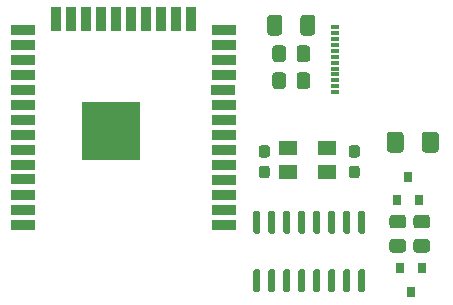
<source format=gbr>
%TF.GenerationSoftware,KiCad,Pcbnew,(5.1.6)-1*%
%TF.CreationDate,2020-08-27T20:14:33+02:00*%
%TF.ProjectId,ESP32_TFT_Board,45535033-325f-4544-9654-5f426f617264,rev?*%
%TF.SameCoordinates,Original*%
%TF.FileFunction,Paste,Bot*%
%TF.FilePolarity,Positive*%
%FSLAX46Y46*%
G04 Gerber Fmt 4.6, Leading zero omitted, Abs format (unit mm)*
G04 Created by KiCad (PCBNEW (5.1.6)-1) date 2020-08-27 20:14:33*
%MOMM*%
%LPD*%
G01*
G04 APERTURE LIST*
%ADD10R,1.600000X1.300000*%
%ADD11R,5.000000X5.000000*%
%ADD12R,2.000000X0.900000*%
%ADD13R,0.900000X2.000000*%
%ADD14R,0.800000X0.900000*%
%ADD15R,0.700000X0.300000*%
G04 APERTURE END LIST*
D10*
%TO.C,Y1*%
X121792000Y-75454000D03*
X118492000Y-75454000D03*
X118492000Y-77454000D03*
X121792000Y-77454000D03*
%TD*%
D11*
%TO.C,U3*%
X103514180Y-73969370D03*
D12*
X113010700Y-65403800D03*
X113011000Y-66676500D03*
X113013000Y-67944200D03*
X113011400Y-69213200D03*
X113009500Y-70482700D03*
X113011300Y-71753900D03*
X113013900Y-73023670D03*
X113012500Y-74292670D03*
X113012000Y-75565000D03*
X113012000Y-76835000D03*
X113012000Y-78105000D03*
X113012000Y-79375000D03*
X113012000Y-80645000D03*
X113012000Y-81915000D03*
D13*
X110227000Y-64505000D03*
X108957000Y-64505000D03*
X107687000Y-64505000D03*
X106417000Y-64505000D03*
X105147000Y-64505000D03*
X103877000Y-64505000D03*
X102607000Y-64505000D03*
X101337000Y-64505000D03*
X100067000Y-64505000D03*
X98797000Y-64505000D03*
D12*
X96012000Y-65405000D03*
X96012000Y-66675000D03*
X96012000Y-67945000D03*
X96012000Y-69215000D03*
X96012000Y-70485000D03*
X96012000Y-71755000D03*
X96012000Y-73025000D03*
X96012000Y-74295000D03*
X96012000Y-75565000D03*
X96012000Y-76835000D03*
X96012000Y-78075000D03*
X96002000Y-79375000D03*
X96012000Y-80645000D03*
X96012000Y-81915000D03*
%TD*%
%TO.C,U2*%
G36*
G01*
X115674000Y-85701000D02*
X115974000Y-85701000D01*
G75*
G02*
X116124000Y-85851000I0J-150000D01*
G01*
X116124000Y-87501000D01*
G75*
G02*
X115974000Y-87651000I-150000J0D01*
G01*
X115674000Y-87651000D01*
G75*
G02*
X115524000Y-87501000I0J150000D01*
G01*
X115524000Y-85851000D01*
G75*
G02*
X115674000Y-85701000I150000J0D01*
G01*
G37*
G36*
G01*
X116944000Y-85701000D02*
X117244000Y-85701000D01*
G75*
G02*
X117394000Y-85851000I0J-150000D01*
G01*
X117394000Y-87501000D01*
G75*
G02*
X117244000Y-87651000I-150000J0D01*
G01*
X116944000Y-87651000D01*
G75*
G02*
X116794000Y-87501000I0J150000D01*
G01*
X116794000Y-85851000D01*
G75*
G02*
X116944000Y-85701000I150000J0D01*
G01*
G37*
G36*
G01*
X118214000Y-85701000D02*
X118514000Y-85701000D01*
G75*
G02*
X118664000Y-85851000I0J-150000D01*
G01*
X118664000Y-87501000D01*
G75*
G02*
X118514000Y-87651000I-150000J0D01*
G01*
X118214000Y-87651000D01*
G75*
G02*
X118064000Y-87501000I0J150000D01*
G01*
X118064000Y-85851000D01*
G75*
G02*
X118214000Y-85701000I150000J0D01*
G01*
G37*
G36*
G01*
X119484000Y-85701000D02*
X119784000Y-85701000D01*
G75*
G02*
X119934000Y-85851000I0J-150000D01*
G01*
X119934000Y-87501000D01*
G75*
G02*
X119784000Y-87651000I-150000J0D01*
G01*
X119484000Y-87651000D01*
G75*
G02*
X119334000Y-87501000I0J150000D01*
G01*
X119334000Y-85851000D01*
G75*
G02*
X119484000Y-85701000I150000J0D01*
G01*
G37*
G36*
G01*
X120754000Y-85701000D02*
X121054000Y-85701000D01*
G75*
G02*
X121204000Y-85851000I0J-150000D01*
G01*
X121204000Y-87501000D01*
G75*
G02*
X121054000Y-87651000I-150000J0D01*
G01*
X120754000Y-87651000D01*
G75*
G02*
X120604000Y-87501000I0J150000D01*
G01*
X120604000Y-85851000D01*
G75*
G02*
X120754000Y-85701000I150000J0D01*
G01*
G37*
G36*
G01*
X122024000Y-85701000D02*
X122324000Y-85701000D01*
G75*
G02*
X122474000Y-85851000I0J-150000D01*
G01*
X122474000Y-87501000D01*
G75*
G02*
X122324000Y-87651000I-150000J0D01*
G01*
X122024000Y-87651000D01*
G75*
G02*
X121874000Y-87501000I0J150000D01*
G01*
X121874000Y-85851000D01*
G75*
G02*
X122024000Y-85701000I150000J0D01*
G01*
G37*
G36*
G01*
X123294000Y-85701000D02*
X123594000Y-85701000D01*
G75*
G02*
X123744000Y-85851000I0J-150000D01*
G01*
X123744000Y-87501000D01*
G75*
G02*
X123594000Y-87651000I-150000J0D01*
G01*
X123294000Y-87651000D01*
G75*
G02*
X123144000Y-87501000I0J150000D01*
G01*
X123144000Y-85851000D01*
G75*
G02*
X123294000Y-85701000I150000J0D01*
G01*
G37*
G36*
G01*
X124564000Y-85701000D02*
X124864000Y-85701000D01*
G75*
G02*
X125014000Y-85851000I0J-150000D01*
G01*
X125014000Y-87501000D01*
G75*
G02*
X124864000Y-87651000I-150000J0D01*
G01*
X124564000Y-87651000D01*
G75*
G02*
X124414000Y-87501000I0J150000D01*
G01*
X124414000Y-85851000D01*
G75*
G02*
X124564000Y-85701000I150000J0D01*
G01*
G37*
G36*
G01*
X124564000Y-80751000D02*
X124864000Y-80751000D01*
G75*
G02*
X125014000Y-80901000I0J-150000D01*
G01*
X125014000Y-82551000D01*
G75*
G02*
X124864000Y-82701000I-150000J0D01*
G01*
X124564000Y-82701000D01*
G75*
G02*
X124414000Y-82551000I0J150000D01*
G01*
X124414000Y-80901000D01*
G75*
G02*
X124564000Y-80751000I150000J0D01*
G01*
G37*
G36*
G01*
X123294000Y-80751000D02*
X123594000Y-80751000D01*
G75*
G02*
X123744000Y-80901000I0J-150000D01*
G01*
X123744000Y-82551000D01*
G75*
G02*
X123594000Y-82701000I-150000J0D01*
G01*
X123294000Y-82701000D01*
G75*
G02*
X123144000Y-82551000I0J150000D01*
G01*
X123144000Y-80901000D01*
G75*
G02*
X123294000Y-80751000I150000J0D01*
G01*
G37*
G36*
G01*
X122024000Y-80751000D02*
X122324000Y-80751000D01*
G75*
G02*
X122474000Y-80901000I0J-150000D01*
G01*
X122474000Y-82551000D01*
G75*
G02*
X122324000Y-82701000I-150000J0D01*
G01*
X122024000Y-82701000D01*
G75*
G02*
X121874000Y-82551000I0J150000D01*
G01*
X121874000Y-80901000D01*
G75*
G02*
X122024000Y-80751000I150000J0D01*
G01*
G37*
G36*
G01*
X120754000Y-80751000D02*
X121054000Y-80751000D01*
G75*
G02*
X121204000Y-80901000I0J-150000D01*
G01*
X121204000Y-82551000D01*
G75*
G02*
X121054000Y-82701000I-150000J0D01*
G01*
X120754000Y-82701000D01*
G75*
G02*
X120604000Y-82551000I0J150000D01*
G01*
X120604000Y-80901000D01*
G75*
G02*
X120754000Y-80751000I150000J0D01*
G01*
G37*
G36*
G01*
X119484000Y-80751000D02*
X119784000Y-80751000D01*
G75*
G02*
X119934000Y-80901000I0J-150000D01*
G01*
X119934000Y-82551000D01*
G75*
G02*
X119784000Y-82701000I-150000J0D01*
G01*
X119484000Y-82701000D01*
G75*
G02*
X119334000Y-82551000I0J150000D01*
G01*
X119334000Y-80901000D01*
G75*
G02*
X119484000Y-80751000I150000J0D01*
G01*
G37*
G36*
G01*
X118214000Y-80751000D02*
X118514000Y-80751000D01*
G75*
G02*
X118664000Y-80901000I0J-150000D01*
G01*
X118664000Y-82551000D01*
G75*
G02*
X118514000Y-82701000I-150000J0D01*
G01*
X118214000Y-82701000D01*
G75*
G02*
X118064000Y-82551000I0J150000D01*
G01*
X118064000Y-80901000D01*
G75*
G02*
X118214000Y-80751000I150000J0D01*
G01*
G37*
G36*
G01*
X116944000Y-80751000D02*
X117244000Y-80751000D01*
G75*
G02*
X117394000Y-80901000I0J-150000D01*
G01*
X117394000Y-82551000D01*
G75*
G02*
X117244000Y-82701000I-150000J0D01*
G01*
X116944000Y-82701000D01*
G75*
G02*
X116794000Y-82551000I0J150000D01*
G01*
X116794000Y-80901000D01*
G75*
G02*
X116944000Y-80751000I150000J0D01*
G01*
G37*
G36*
G01*
X115674000Y-80751000D02*
X115974000Y-80751000D01*
G75*
G02*
X116124000Y-80901000I0J-150000D01*
G01*
X116124000Y-82551000D01*
G75*
G02*
X115974000Y-82701000I-150000J0D01*
G01*
X115674000Y-82701000D01*
G75*
G02*
X115524000Y-82551000I0J150000D01*
G01*
X115524000Y-80901000D01*
G75*
G02*
X115674000Y-80751000I150000J0D01*
G01*
G37*
%TD*%
%TO.C,R4*%
G36*
G01*
X129343999Y-83127000D02*
X130244001Y-83127000D01*
G75*
G02*
X130494000Y-83376999I0J-249999D01*
G01*
X130494000Y-84027001D01*
G75*
G02*
X130244001Y-84277000I-249999J0D01*
G01*
X129343999Y-84277000D01*
G75*
G02*
X129094000Y-84027001I0J249999D01*
G01*
X129094000Y-83376999D01*
G75*
G02*
X129343999Y-83127000I249999J0D01*
G01*
G37*
G36*
G01*
X129343999Y-81077000D02*
X130244001Y-81077000D01*
G75*
G02*
X130494000Y-81326999I0J-249999D01*
G01*
X130494000Y-81977001D01*
G75*
G02*
X130244001Y-82227000I-249999J0D01*
G01*
X129343999Y-82227000D01*
G75*
G02*
X129094000Y-81977001I0J249999D01*
G01*
X129094000Y-81326999D01*
G75*
G02*
X129343999Y-81077000I249999J0D01*
G01*
G37*
%TD*%
%TO.C,R3*%
G36*
G01*
X128212001Y-82227000D02*
X127311999Y-82227000D01*
G75*
G02*
X127062000Y-81977001I0J249999D01*
G01*
X127062000Y-81326999D01*
G75*
G02*
X127311999Y-81077000I249999J0D01*
G01*
X128212001Y-81077000D01*
G75*
G02*
X128462000Y-81326999I0J-249999D01*
G01*
X128462000Y-81977001D01*
G75*
G02*
X128212001Y-82227000I-249999J0D01*
G01*
G37*
G36*
G01*
X128212001Y-84277000D02*
X127311999Y-84277000D01*
G75*
G02*
X127062000Y-84027001I0J249999D01*
G01*
X127062000Y-83376999D01*
G75*
G02*
X127311999Y-83127000I249999J0D01*
G01*
X128212001Y-83127000D01*
G75*
G02*
X128462000Y-83376999I0J-249999D01*
G01*
X128462000Y-84027001D01*
G75*
G02*
X128212001Y-84277000I-249999J0D01*
G01*
G37*
%TD*%
%TO.C,R2*%
G36*
G01*
X119195000Y-70173001D02*
X119195000Y-69272999D01*
G75*
G02*
X119444999Y-69023000I249999J0D01*
G01*
X120095001Y-69023000D01*
G75*
G02*
X120345000Y-69272999I0J-249999D01*
G01*
X120345000Y-70173001D01*
G75*
G02*
X120095001Y-70423000I-249999J0D01*
G01*
X119444999Y-70423000D01*
G75*
G02*
X119195000Y-70173001I0J249999D01*
G01*
G37*
G36*
G01*
X117145000Y-70173001D02*
X117145000Y-69272999D01*
G75*
G02*
X117394999Y-69023000I249999J0D01*
G01*
X118045001Y-69023000D01*
G75*
G02*
X118295000Y-69272999I0J-249999D01*
G01*
X118295000Y-70173001D01*
G75*
G02*
X118045001Y-70423000I-249999J0D01*
G01*
X117394999Y-70423000D01*
G75*
G02*
X117145000Y-70173001I0J249999D01*
G01*
G37*
%TD*%
%TO.C,R1*%
G36*
G01*
X119195000Y-67887001D02*
X119195000Y-66986999D01*
G75*
G02*
X119444999Y-66737000I249999J0D01*
G01*
X120095001Y-66737000D01*
G75*
G02*
X120345000Y-66986999I0J-249999D01*
G01*
X120345000Y-67887001D01*
G75*
G02*
X120095001Y-68137000I-249999J0D01*
G01*
X119444999Y-68137000D01*
G75*
G02*
X119195000Y-67887001I0J249999D01*
G01*
G37*
G36*
G01*
X117145000Y-67887001D02*
X117145000Y-66986999D01*
G75*
G02*
X117394999Y-66737000I249999J0D01*
G01*
X118045001Y-66737000D01*
G75*
G02*
X118295000Y-66986999I0J-249999D01*
G01*
X118295000Y-67887001D01*
G75*
G02*
X118045001Y-68137000I-249999J0D01*
G01*
X117394999Y-68137000D01*
G75*
G02*
X117145000Y-67887001I0J249999D01*
G01*
G37*
%TD*%
D14*
%TO.C,Q2*%
X128651000Y-77867000D03*
X127701000Y-79867000D03*
X129601000Y-79867000D03*
%TD*%
%TO.C,Q1*%
X128905000Y-87614000D03*
X129855000Y-85614000D03*
X127955000Y-85614000D03*
%TD*%
D15*
%TO.C,J1*%
X122488000Y-70195000D03*
X122488000Y-68695000D03*
X122488000Y-69195000D03*
X122488000Y-69695000D03*
X122488000Y-70695000D03*
X122488000Y-68195000D03*
X122488000Y-67695000D03*
X122488000Y-67195000D03*
X122488000Y-66695000D03*
X122488000Y-66195000D03*
X122488000Y-65695000D03*
X122488000Y-65195000D03*
%TD*%
%TO.C,D1*%
G36*
G01*
X119520000Y-65649000D02*
X119520000Y-64399000D01*
G75*
G02*
X119770000Y-64149000I250000J0D01*
G01*
X120520000Y-64149000D01*
G75*
G02*
X120770000Y-64399000I0J-250000D01*
G01*
X120770000Y-65649000D01*
G75*
G02*
X120520000Y-65899000I-250000J0D01*
G01*
X119770000Y-65899000D01*
G75*
G02*
X119520000Y-65649000I0J250000D01*
G01*
G37*
G36*
G01*
X116720000Y-65649000D02*
X116720000Y-64399000D01*
G75*
G02*
X116970000Y-64149000I250000J0D01*
G01*
X117720000Y-64149000D01*
G75*
G02*
X117970000Y-64399000I0J-250000D01*
G01*
X117970000Y-65649000D01*
G75*
G02*
X117720000Y-65899000I-250000J0D01*
G01*
X116970000Y-65899000D01*
G75*
G02*
X116720000Y-65649000I0J250000D01*
G01*
G37*
%TD*%
%TO.C,C5*%
G36*
G01*
X128257000Y-74305000D02*
X128257000Y-75555000D01*
G75*
G02*
X128007000Y-75805000I-250000J0D01*
G01*
X127082000Y-75805000D01*
G75*
G02*
X126832000Y-75555000I0J250000D01*
G01*
X126832000Y-74305000D01*
G75*
G02*
X127082000Y-74055000I250000J0D01*
G01*
X128007000Y-74055000D01*
G75*
G02*
X128257000Y-74305000I0J-250000D01*
G01*
G37*
G36*
G01*
X131232000Y-74305000D02*
X131232000Y-75555000D01*
G75*
G02*
X130982000Y-75805000I-250000J0D01*
G01*
X130057000Y-75805000D01*
G75*
G02*
X129807000Y-75555000I0J250000D01*
G01*
X129807000Y-74305000D01*
G75*
G02*
X130057000Y-74055000I250000J0D01*
G01*
X130982000Y-74055000D01*
G75*
G02*
X131232000Y-74305000I0J-250000D01*
G01*
G37*
%TD*%
%TO.C,C3*%
G36*
G01*
X116221500Y-76931000D02*
X116696500Y-76931000D01*
G75*
G02*
X116934000Y-77168500I0J-237500D01*
G01*
X116934000Y-77743500D01*
G75*
G02*
X116696500Y-77981000I-237500J0D01*
G01*
X116221500Y-77981000D01*
G75*
G02*
X115984000Y-77743500I0J237500D01*
G01*
X115984000Y-77168500D01*
G75*
G02*
X116221500Y-76931000I237500J0D01*
G01*
G37*
G36*
G01*
X116221500Y-75181000D02*
X116696500Y-75181000D01*
G75*
G02*
X116934000Y-75418500I0J-237500D01*
G01*
X116934000Y-75993500D01*
G75*
G02*
X116696500Y-76231000I-237500J0D01*
G01*
X116221500Y-76231000D01*
G75*
G02*
X115984000Y-75993500I0J237500D01*
G01*
X115984000Y-75418500D01*
G75*
G02*
X116221500Y-75181000I237500J0D01*
G01*
G37*
%TD*%
%TO.C,C2*%
G36*
G01*
X124316500Y-76231000D02*
X123841500Y-76231000D01*
G75*
G02*
X123604000Y-75993500I0J237500D01*
G01*
X123604000Y-75418500D01*
G75*
G02*
X123841500Y-75181000I237500J0D01*
G01*
X124316500Y-75181000D01*
G75*
G02*
X124554000Y-75418500I0J-237500D01*
G01*
X124554000Y-75993500D01*
G75*
G02*
X124316500Y-76231000I-237500J0D01*
G01*
G37*
G36*
G01*
X124316500Y-77981000D02*
X123841500Y-77981000D01*
G75*
G02*
X123604000Y-77743500I0J237500D01*
G01*
X123604000Y-77168500D01*
G75*
G02*
X123841500Y-76931000I237500J0D01*
G01*
X124316500Y-76931000D01*
G75*
G02*
X124554000Y-77168500I0J-237500D01*
G01*
X124554000Y-77743500D01*
G75*
G02*
X124316500Y-77981000I-237500J0D01*
G01*
G37*
%TD*%
M02*

</source>
